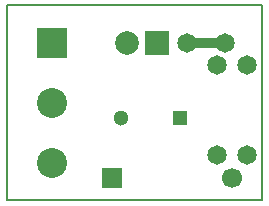
<source format=gbr>
G04 #@! TF.FileFunction,Copper,L1,Top,Signal*
%FSLAX46Y46*%
G04 Gerber Fmt 4.6, Leading zero omitted, Abs format (unit mm)*
G04 Created by KiCad (PCBNEW (2015-09-12 BZR 6188)-product) date lun 16 nov 2015 17:49:57 ART*
%MOMM*%
G01*
G04 APERTURE LIST*
%ADD10C,0.100000*%
%ADD11C,0.150000*%
%ADD12R,1.300000X1.300000*%
%ADD13C,1.300000*%
%ADD14R,2.000000X2.000000*%
%ADD15C,2.000000*%
%ADD16C,1.699260*%
%ADD17R,1.699260X1.699260*%
%ADD18R,2.540000X2.540000*%
%ADD19C,2.540000*%
%ADD20C,1.651000*%
%ADD21C,0.812800*%
G04 APERTURE END LIST*
D10*
D11*
X146050000Y-104140000D02*
X124460000Y-104140000D01*
X146050000Y-87630000D02*
X146050000Y-104140000D01*
X124460000Y-87630000D02*
X146050000Y-87630000D01*
X124460000Y-104140000D02*
X124460000Y-87630000D01*
D12*
X139065000Y-97155000D03*
D13*
X134065000Y-97155000D03*
D14*
X137160000Y-90805000D03*
D15*
X134620000Y-90805000D03*
D16*
X143510520Y-102232460D03*
D17*
X133350520Y-102232460D03*
D18*
X128270000Y-90805000D03*
D19*
X128270000Y-95885000D03*
X128270000Y-100965000D03*
D20*
X142240000Y-92710000D03*
X142240000Y-100330000D03*
X144780000Y-92710000D03*
X144780000Y-100330000D03*
X139700000Y-90805000D03*
X142875000Y-90805000D03*
D21*
X139700000Y-90805000D02*
X142875000Y-90805000D01*
M02*

</source>
